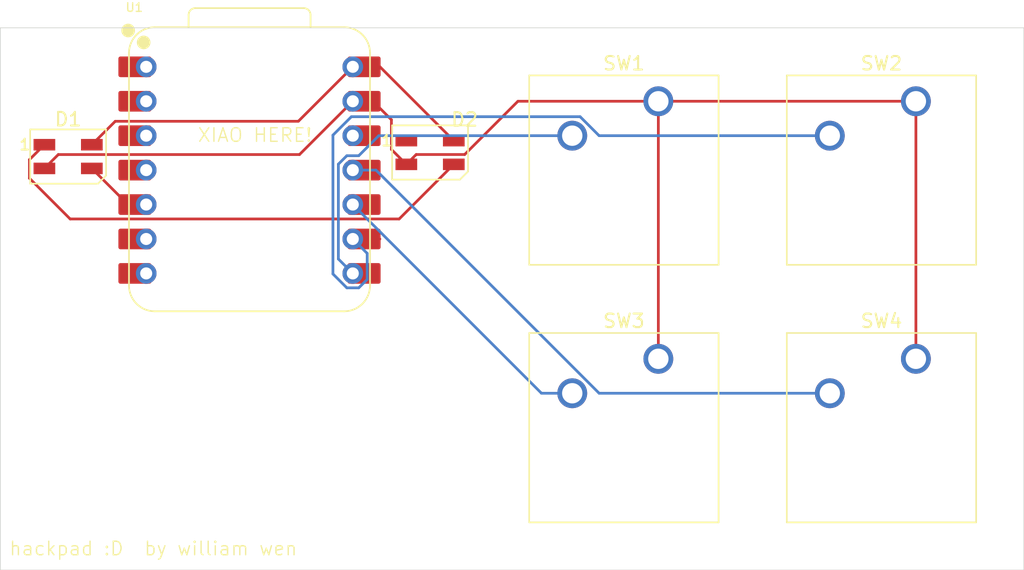
<source format=kicad_pcb>
(kicad_pcb (version 20241229) (generator "pcbnew") (generator_version "9.0")
  (layers (0 "F.Cu" signal) (2 "B.Cu" signal) (13 "F.Paste" user) (15 "B.Paste" user) (5 "F.SilkS" user "F.Silkscreen") (7 "B.SilkS" user "B.Silkscreen") (1 "F.Mask" user) (3 "B.Mask" user) (25 "Edge.Cuts" user))
  (net 0 "")
  (net 1 "GND")
  (net 2 "Net-(D1-DIN)")
  (net 3 "Net-(D1-DOUT)")
  (net 4 "+5V")
  (net 5 "Net-(U1-GPIO2{slash}SCK)")
  (net 6 "Net-(U1-GPIO4{slash}MISO)")
  (net 7 "Net-(U1-GPIO3{slash}MOSI)")
  (net 15 "Net-(U1-GPIO1{slash}RX)")
  (footprint "Button_Switch_Keyboard:SW_Cherry_MX_1.00u_PCB" (layer "F.Cu") (at 143.04 114.42)
    (property "Reference" "SW3" (at -2.54 -2.794 0) (layer "F.SilkS"))
    (property "Value" "SW_Push")
    (fp_line (start -9.525 -1.905) (end 4.445 -1.905) (stroke (width 0.12)) (layer "F.SilkS"))
    (fp_line (start -9.525 12.065) (end -9.525 -1.905) (stroke (width 0.12)) (layer "F.SilkS"))
    (fp_line (start 4.445 -1.905) (end 4.445 12.065) (stroke (width 0.12)) (layer "F.SilkS"))
    (fp_line (start 4.445 12.065) (end -9.525 12.065) (stroke (width 0.12)) (layer "F.SilkS"))
    (pad "" np_thru_hole circle (at -7.62 5.08) (size 1.7 1.7) (drill 1.7) (layers "*.Cu" "*.Mask"))
    (pad "" np_thru_hole circle (at -2.54 5.08) (size 4 4) (drill 4) (layers "*.Cu" "*.Mask"))
    (pad "" np_thru_hole circle (at 2.54 5.08) (size 1.7 1.7) (drill 1.7) (layers "*.Cu" "*.Mask"))
    (pad "1" thru_hole circle (at 0 0) (size 2.2 2.2) (drill 1.5) (layers "*.Cu" "*.Mask") (net 1 "GND"))
    (pad "2" thru_hole circle (at -6.35 2.54) (size 2.2 2.2) (drill 1.5) (layers "*.Cu" "*.Mask") (net 6 "Net-(U1-GPIO4{slash}MISO)"))
  )
  (footprint "Seeed Studio XIAO Series Library:XIAO-RP2040-DIP" (layer "F.Cu") (at 112.88 100.5)
    (property "Reference" "U1" (at -8.5 -12 0) (layer "F.SilkS") (effects (font (size 0.635 0.635) (thickness 0.1016))))
    (property "Value" "XIAO-RP2040-DIP")
    (fp_line (start -8.89 8.509) (end -8.89 -8.636) (stroke (width 0.127)) (layer "F.SilkS"))
    (fp_line (start -6.985 10.414) (end 6.985 10.414) (stroke (width 0.127)) (layer "F.SilkS"))
    (fp_line (start -4.495 -10.541) (end -4.491272 -11.451272) (stroke (width 0.127)) (layer "F.SilkS"))
    (fp_line (start -3.991272 -11.951) (end 4.004 -11.951) (stroke (width 0.127)) (layer "F.SilkS"))
    (fp_line (start 4.504 -11.451) (end 4.504 -10.541) (stroke (width 0.127)) (layer "F.SilkS"))
    (fp_line (start 6.985 -10.541) (end -6.985 -10.541) (stroke (width 0.1)) (layer "F.SilkS"))
    (fp_line (start 6.985 -10.541) (end -6.985 -10.541) (stroke (width 0.127)) (layer "F.SilkS"))
    (fp_line (start 8.89 8.509) (end 8.89 -8.636) (stroke (width 0.127)) (layer "F.SilkS"))
    (fp_arc (start -8.89 -8.636) (mid -8.332038 -9.983038) (end -6.985 -10.541) (stroke (width 0.127)) (layer "F.SilkS"))
    (fp_arc (start -6.985 10.414) (mid -8.332038 9.856038) (end -8.89 8.509) (stroke (width 0.127)) (layer "F.SilkS"))
    (fp_arc (start -4.491272 -11.451272) (mid -4.344728 -11.80464) (end -3.991272 -11.951) (stroke (width 0.127)) (layer "F.SilkS"))
    (fp_arc (start 4.004 -11.951) (mid 4.357553 -11.804553) (end 4.504 -11.451) (stroke (width 0.127)) (layer "F.SilkS"))
    (fp_arc (start 6.985 -10.541) (mid 8.332038 -9.983038) (end 8.89 -8.636) (stroke (width 0.127)) (layer "F.SilkS"))
    (fp_arc (start 8.89 8.509) (mid 8.332038 9.856038) (end 6.985 10.414) (stroke (width 0.127)) (layer "F.SilkS"))
    (fp_circle (center -8.95 -10.3) (end -8.95 -10.554) (stroke (width 0.5)) (fill yes) (layer "F.SilkS"))
    (fp_circle (center -7.807 -9.42) (end -7.807 -9.674) (stroke (width 0.5)) (fill yes) (layer "F.SilkS"))
    (pad "1" smd roundrect (at -8.455 -7.62 180) (size 2.432 1.524) (layers "F.Cu" "F.Mask") (roundrect_rratio 0.1))
    (pad "1" thru_hole circle (at -7.62 -7.62 180) (size 1.524 1.524) (drill 0.889) (layers "*.Cu" "*.Mask"))
    (pad "2" smd roundrect (at -8.455 -5.08 180) (size 2.432 1.524) (layers "F.Cu" "F.Mask") (roundrect_rratio 0.1))
    (pad "2" thru_hole circle (at -7.62 -5.08 180) (size 1.524 1.524) (drill 0.889) (layers "*.Cu" "*.Mask"))
    (pad "3" smd roundrect (at -8.455 -2.54 180) (size 2.432 1.524) (layers "F.Cu" "F.Mask") (roundrect_rratio 0.1))
    (pad "3" thru_hole circle (at -7.62 -2.54 180) (size 1.524 1.524) (drill 0.889) (layers "*.Cu" "*.Mask"))
    (pad "4" smd roundrect (at -8.455 0 180) (size 2.432 1.524) (layers "F.Cu" "F.Mask") (roundrect_rratio 0.1))
    (pad "4" thru_hole circle (at -7.62 0 180) (size 1.524 1.524) (drill 0.889) (layers "*.Cu" "*.Mask"))
    (pad "5" smd roundrect (at -8.455 2.54 180) (size 2.432 1.524) (layers "F.Cu" "F.Mask") (roundrect_rratio 0.1) (net 2 "Net-(D1-DIN)"))
    (pad "5" thru_hole circle (at -7.62 2.54 180) (size 1.524 1.524) (drill 0.889) (layers "*.Cu" "*.Mask") (net 2 "Net-(D1-DIN)"))
    (pad "6" smd roundrect (at -8.455 5.08 180) (size 2.432 1.524) (layers "F.Cu" "F.Mask") (roundrect_rratio 0.1))
    (pad "6" thru_hole circle (at -7.62 5.08 180) (size 1.524 1.524) (drill 0.889) (layers "*.Cu" "*.Mask"))
    (pad "7" smd roundrect (at -8.455 7.62 180) (size 2.432 1.524) (layers "F.Cu" "F.Mask") (roundrect_rratio 0.1))
    (pad "7" thru_hole circle (at -7.62 7.62 180) (size 1.524 1.524) (drill 0.889) (layers "*.Cu" "*.Mask"))
    (pad "8" thru_hole circle (at 7.62 7.62) (size 1.524 1.524) (drill 0.889) (layers "*.Cu" "*.Mask") (net 15 "Net-(U1-GPIO1{slash}RX)"))
    (pad "8" smd roundrect (at 8.455 7.62) (size 2.432 1.524) (layers "F.Cu" "F.Mask") (roundrect_rratio 0.1) (net 15 "Net-(U1-GPIO1{slash}RX)"))
    (pad "9" thru_hole circle (at 7.62 5.08) (size 1.524 1.524) (drill 0.889) (layers "*.Cu" "*.Mask") (net 5 "Net-(U1-GPIO2{slash}SCK)"))
    (pad "9" smd roundrect (at 8.455 5.08) (size 2.432 1.524) (layers "F.Cu" "F.Mask") (roundrect_rratio 0.1) (net 5 "Net-(U1-GPIO2{slash}SCK)"))
    (pad "10" thru_hole circle (at 7.62 2.54) (size 1.524 1.524) (drill 0.889) (layers "*.Cu" "*.Mask") (net 6 "Net-(U1-GPIO4{slash}MISO)"))
    (pad "10" smd roundrect (at 8.455 2.54) (size 2.432 1.524) (layers "F.Cu" "F.Mask") (roundrect_rratio 0.1) (net 6 "Net-(U1-GPIO4{slash}MISO)"))
    (pad "11" thru_hole circle (at 7.62 0) (size 1.524 1.524) (drill 0.889) (layers "*.Cu" "*.Mask") (net 7 "Net-(U1-GPIO3{slash}MOSI)"))
    (pad "11" smd roundrect (at 8.455 0) (size 2.432 1.524) (layers "F.Cu" "F.Mask") (roundrect_rratio 0.1) (net 7 "Net-(U1-GPIO3{slash}MOSI)"))
    (pad "12" thru_hole circle (at 7.62 -2.54) (size 1.524 1.524) (drill 0.889) (layers "*.Cu" "*.Mask"))
    (pad "12" smd roundrect (at 8.455 -2.54) (size 2.432 1.524) (layers "F.Cu" "F.Mask") (roundrect_rratio 0.1))
    (pad "13" thru_hole circle (at 7.62 -5.08) (size 1.524 1.524) (drill 0.889) (layers "*.Cu" "*.Mask") (net 1 "GND"))
    (pad "13" smd roundrect (at 8.455 -5.08) (size 2.432 1.524) (layers "F.Cu" "F.Mask") (roundrect_rratio 0.1) (net 1 "GND"))
    (pad "14" thru_hole circle (at 7.62 -7.62) (size 1.524 1.524) (drill 0.889) (layers "*.Cu" "*.Mask") (net 4 "+5V"))
    (pad "14" smd roundrect (at 8.455 -7.62) (size 2.432 1.524) (layers "F.Cu" "F.Mask") (roundrect_rratio 0.1) (net 4 "+5V"))
  )
  (footprint "LED_SMD:LED_SK6812MINI_PLCC4_3.5x3.5mm_P1.75mm" (layer "F.Cu") (at 126.2 99.2)
    (property "Reference" "D2" (at 2.5475 -2.4325 0) (layer "F.SilkS"))
    (property "Value" "SK6812MINI")
    (fp_line (start -2.8 -2) (end -2.8 2) (stroke (width 0.12)) (layer "F.SilkS"))
    (fp_line (start -2.8 -2) (end 2.8 -2) (stroke (width 0.12)) (layer "F.SilkS"))
    (fp_line (start -2.8 2) (end 2.2 2) (stroke (width 0.12)) (layer "F.SilkS"))
    (fp_line (start 2.8 1.4) (end 2.2 2) (stroke (width 0.12)) (layer "F.SilkS"))
    (fp_line (start 2.8 1.4) (end 2.8 -2) (stroke (width 0.12)) (layer "F.SilkS"))
    (fp_text user "1" (at -3.2 -0.875 0) (layer "F.SilkS") (effects (font (size 0.8 0.8))))
    (pad "1" smd rect (at -1.75 -0.875) (size 1.6 0.85) (layers "F.Cu" "F.Mask" "F.Paste"))
    (pad "2" smd rect (at -1.75 0.875) (size 1.6 0.85) (layers "F.Cu" "F.Mask" "F.Paste") (net 1 "GND"))
    (pad "3" smd rect (at 1.75 0.875) (size 1.6 0.85) (layers "F.Cu" "F.Mask" "F.Paste") (net 3 "Net-(D1-DOUT)"))
    (pad "4" smd rect (at 1.75 -0.875) (size 1.6 0.85) (layers "F.Cu" "F.Mask" "F.Paste") (net 4 "+5V"))
  )
  (footprint "Button_Switch_Keyboard:SW_Cherry_MX_1.00u_PCB" (layer "F.Cu") (at 162.04 114.42)
    (property "Reference" "SW4" (at -2.54 -2.794 0) (layer "F.SilkS"))
    (property "Value" "SW_Push")
    (fp_line (start -9.525 -1.905) (end 4.445 -1.905) (stroke (width 0.12)) (layer "F.SilkS"))
    (fp_line (start -9.525 12.065) (end -9.525 -1.905) (stroke (width 0.12)) (layer "F.SilkS"))
    (fp_line (start 4.445 -1.905) (end 4.445 12.065) (stroke (width 0.12)) (layer "F.SilkS"))
    (fp_line (start 4.445 12.065) (end -9.525 12.065) (stroke (width 0.12)) (layer "F.SilkS"))
    (pad "" np_thru_hole circle (at -7.62 5.08) (size 1.7 1.7) (drill 1.7) (layers "*.Cu" "*.Mask"))
    (pad "" np_thru_hole circle (at -2.54 5.08) (size 4 4) (drill 4) (layers "*.Cu" "*.Mask"))
    (pad "" np_thru_hole circle (at 2.54 5.08) (size 1.7 1.7) (drill 1.7) (layers "*.Cu" "*.Mask"))
    (pad "1" thru_hole circle (at 0 0) (size 2.2 2.2) (drill 1.5) (layers "*.Cu" "*.Mask") (net 1 "GND"))
    (pad "2" thru_hole circle (at -6.35 2.54) (size 2.2 2.2) (drill 1.5) (layers "*.Cu" "*.Mask") (net 7 "Net-(U1-GPIO3{slash}MOSI)"))
  )
  (footprint "Button_Switch_Keyboard:SW_Cherry_MX_1.00u_PCB" (layer "F.Cu") (at 143.04 95.42)
    (property "Reference" "SW1" (at -2.54 -2.794 0) (layer "F.SilkS"))
    (property "Value" "SW_Push")
    (fp_line (start -9.525 -1.905) (end 4.445 -1.905) (stroke (width 0.12)) (layer "F.SilkS"))
    (fp_line (start -9.525 12.065) (end -9.525 -1.905) (stroke (width 0.12)) (layer "F.SilkS"))
    (fp_line (start 4.445 -1.905) (end 4.445 12.065) (stroke (width 0.12)) (layer "F.SilkS"))
    (fp_line (start 4.445 12.065) (end -9.525 12.065) (stroke (width 0.12)) (layer "F.SilkS"))
    (pad "" np_thru_hole circle (at -7.62 5.08) (size 1.7 1.7) (drill 1.7) (layers "*.Cu" "*.Mask"))
    (pad "" np_thru_hole circle (at -2.54 5.08) (size 4 4) (drill 4) (layers "*.Cu" "*.Mask"))
    (pad "" np_thru_hole circle (at 2.54 5.08) (size 1.7 1.7) (drill 1.7) (layers "*.Cu" "*.Mask"))
    (pad "1" thru_hole circle (at 0 0) (size 2.2 2.2) (drill 1.5) (layers "*.Cu" "*.Mask") (net 1 "GND"))
    (pad "2" thru_hole circle (at -6.35 2.54) (size 2.2 2.2) (drill 1.5) (layers "*.Cu" "*.Mask") (net 15 "Net-(U1-GPIO1{slash}RX)"))
  )
  (footprint "Button_Switch_Keyboard:SW_Cherry_MX_1.00u_PCB" (layer "F.Cu") (at 162.04 95.42)
    (property "Reference" "SW2" (at -2.54 -2.794 0) (layer "F.SilkS"))
    (property "Value" "SW_Push")
    (fp_line (start -9.525 -1.905) (end 4.445 -1.905) (stroke (width 0.12)) (layer "F.SilkS"))
    (fp_line (start -9.525 12.065) (end -9.525 -1.905) (stroke (width 0.12)) (layer "F.SilkS"))
    (fp_line (start 4.445 -1.905) (end 4.445 12.065) (stroke (width 0.12)) (layer "F.SilkS"))
    (fp_line (start 4.445 12.065) (end -9.525 12.065) (stroke (width 0.12)) (layer "F.SilkS"))
    (pad "" np_thru_hole circle (at -7.62 5.08) (size 1.7 1.7) (drill 1.7) (layers "*.Cu" "*.Mask"))
    (pad "" np_thru_hole circle (at -2.54 5.08) (size 4 4) (drill 4) (layers "*.Cu" "*.Mask"))
    (pad "" np_thru_hole circle (at 2.54 5.08) (size 1.7 1.7) (drill 1.7) (layers "*.Cu" "*.Mask"))
    (pad "1" thru_hole circle (at 0 0) (size 2.2 2.2) (drill 1.5) (layers "*.Cu" "*.Mask") (net 1 "GND"))
    (pad "2" thru_hole circle (at -6.35 2.54) (size 2.2 2.2) (drill 1.5) (layers "*.Cu" "*.Mask") (net 5 "Net-(U1-GPIO2{slash}SCK)"))
  )
  (footprint "LED_SMD:LED_SK6812MINI_PLCC4_3.5x3.5mm_P1.75mm" (layer "F.Cu") (at 99.5 99.5)
    (property "Reference" "D1" (at 0 -2.75 0) (layer "F.SilkS"))
    (property "Value" "SK6812MINI")
    (fp_line (start -2.8 -2) (end -2.8 2) (stroke (width 0.12)) (layer "F.SilkS"))
    (fp_line (start -2.8 -2) (end 2.8 -2) (stroke (width 0.12)) (layer "F.SilkS"))
    (fp_line (start -2.8 2) (end 2.2 2) (stroke (width 0.12)) (layer "F.SilkS"))
    (fp_line (start 2.8 1.4) (end 2.2 2) (stroke (width 0.12)) (layer "F.SilkS"))
    (fp_line (start 2.8 1.4) (end 2.8 -2) (stroke (width 0.12)) (layer "F.SilkS"))
    (fp_text user "1" (at -3.2 -0.875 0) (layer "F.SilkS") (effects (font (size 0.8 0.8))))
    (pad "1" smd rect (at -1.75 -0.875) (size 1.6 0.85) (layers "F.Cu" "F.Mask" "F.Paste") (net 3 "Net-(D1-DOUT)"))
    (pad "2" smd rect (at -1.75 0.875) (size 1.6 0.85) (layers "F.Cu" "F.Mask" "F.Paste") (net 1 "GND"))
    (pad "3" smd rect (at 1.75 0.875) (size 1.6 0.85) (layers "F.Cu" "F.Mask" "F.Paste") (net 2 "Net-(D1-DIN)"))
    (pad "4" smd rect (at 1.75 -0.875) (size 1.6 0.85) (layers "F.Cu" "F.Mask" "F.Paste") (net 4 "+5V"))
  )
  (gr_rect (start 94.5 90) (end 170 130) (stroke (width 0.05)) (fill no) (layer "Edge.Cuts"))
  (gr_text "hackpad :D  by william wen\n" (at 95.1 129 0) (layer "F.SilkS") (effects (font (size 1 1) (thickness 0.1)) (justify left bottom)))
  (gr_text "XIAO HERE!" (at 109 98.5 0) (layer "F.SilkS") (effects (font (size 1 1) (thickness 0.1)) (justify left bottom)))
  (segment (start 120.5 95.42) (end 121.98526 95.42) (width 0.2) (layer "F.Cu") (net 1))
  (segment (start 128.753 99.349) (end 125.176 99.349) (width 0.2) (layer "F.Cu") (net 1))
  (segment (start 132.682 95.42) (end 128.753 99.349) (width 0.2) (layer "F.Cu") (net 1))
  (segment (start 97.75 100.375) (end 98.774 99.351) (width 0.2) (layer "F.Cu") (net 1))
  (segment (start 123.349 98.974) (end 124.45 100.075) (width 0.2) (layer "F.Cu") (net 1))
  (segment (start 121.98526 95.42) (end 123.349 96.78374) (width 0.2) (layer "F.Cu") (net 1))
  (segment (start 143.04 114.42) (end 143.04 95.42) (width 0.2) (layer "F.Cu") (net 1))
  (segment (start 162.04 95.42) (end 162.04 114.42) (width 0.2) (layer "F.Cu") (net 1))
  (segment (start 123.349 96.78374) (end 123.349 98.974) (width 0.2) (layer "F.Cu") (net 1))
  (segment (start 162.25 95.25) (end 162 95.5) (width 0.2) (layer "F.Cu") (net 1))
  (segment (start 143.04 95.42) (end 162.04 95.42) (width 0.2) (layer "F.Cu") (net 1))
  (segment (start 120.67 95.25) (end 120.5 95.42) (width 0.2) (layer "F.Cu") (net 1))
  (segment (start 98.774 99.351) (end 116.569 99.351) (width 0.2) (layer "F.Cu") (net 1))
  (segment (start 116.569 99.351) (end 120.5 95.42) (width 0.2) (layer "F.Cu") (net 1))
  (segment (start 143.04 95.42) (end 132.682 95.42) (width 0.2) (layer "F.Cu") (net 1))
  (segment (start 125.176 99.349) (end 124.45 100.075) (width 0.2) (layer "F.Cu") (net 1))
  (segment (start 101.25 100.375) (end 103.915 103.04) (width 0.2) (layer "F.Cu") (net 2))
  (segment (start 103.915 103.04) (end 105.26 103.04) (width 0.2) (layer "F.Cu") (net 2))
  (segment (start 97.75 98.625) (end 96.649 99.726) (width 0.2) (layer "F.Cu") (net 3))
  (segment (start 96.649 99.726) (end 96.649 101.101) (width 0.2) (layer "F.Cu") (net 3))
  (segment (start 99.651 104.103) (end 123.922 104.103) (width 0.2) (layer "F.Cu") (net 3))
  (segment (start 96.649 101.101) (end 99.651 104.103) (width 0.2) (layer "F.Cu") (net 3))
  (segment (start 123.922 104.103) (end 127.95 100.075) (width 0.2) (layer "F.Cu") (net 3))
  (segment (start 101.25 98.625) (end 102.978 96.897) (width 0.2) (layer "F.Cu") (net 4))
  (segment (start 116.483 96.897) (end 120.5 92.88) (width 0.2) (layer "F.Cu") (net 4))
  (segment (start 122.505 92.88) (end 127.95 98.325) (width 0.2) (layer "F.Cu") (net 4))
  (segment (start 102.978 96.897) (end 116.483 96.897) (width 0.2) (layer "F.Cu") (net 4))
  (segment (start 120.5 92.88) (end 122.505 92.88) (width 0.2) (layer "F.Cu") (net 4))
  (segment (start 122.498 105.58) (end 120.5 105.58) (width 0.2) (layer "F.Cu") (net 5))
  (segment (start 119.036 108.15931) (end 120.05969 109.183) (width 0.2) (layer "B.Cu") (net 5))
  (segment (start 120.94031 109.183) (end 121.563 108.56031) (width 0.2) (layer "B.Cu") (net 5))
  (segment (start 137.270314 96.559) (end 120.39769 96.559) (width 0.2) (layer "B.Cu") (net 5))
  (segment (start 138.671314 97.96) (end 137.270314 96.559) (width 0.2) (layer "B.Cu") (net 5))
  (segment (start 119.036 97.92069) (end 119.036 108.15931) (width 0.2) (layer "B.Cu") (net 5))
  (segment (start 120.05969 109.183) (end 120.94031 109.183) (width 0.2) (layer "B.Cu") (net 5))
  (segment (start 120.39769 96.559) (end 119.036 97.92069) (width 0.2) (layer "B.Cu") (net 5))
  (segment (start 121.563 108.56031) (end 121.563 106.643) (width 0.2) (layer "B.Cu") (net 5))
  (segment (start 155.69 97.96) (end 138.671314 97.96) (width 0.2) (layer "B.Cu") (net 5))
  (segment (start 121.563 106.643) (end 120.5 105.58) (width 0.2) (layer "B.Cu") (net 5))
  (segment (start 136.69 116.96) (end 134.42 116.96) (width 0.2) (layer "B.Cu") (net 6))
  (segment (start 134.42 116.96) (end 120.5 103.04) (width 0.2) (layer "B.Cu") (net 6))
  (segment (start 138.671314 116.96) (end 122.211314 100.5) (width 0.2) (layer "B.Cu") (net 7))
  (segment (start 155.69 116.96) (end 138.671314 116.96) (width 0.2) (layer "B.Cu") (net 7))
  (segment (start 122.211314 100.5) (end 120.5 100.5) (width 0.2) (layer "B.Cu") (net 7))
  (segment (start 120.94031 99.437) (end 120.05969 99.437) (width 0.2) (layer "B.Cu") (net 15))
  (segment (start 122.41731 97.96) (end 120.94031 99.437) (width 0.2) (layer "B.Cu") (net 15))
  (segment (start 136.69 97.96) (end 122.41731 97.96) (width 0.2) (layer "B.Cu") (net 15))
  (segment (start 120.05969 99.437) (end 119.437 100.05969) (width 0.2) (layer "B.Cu") (net 15))
  (segment (start 119.437 100.05969) (end 119.437 107.057) (width 0.2) (layer "B.Cu") (net 15))
  (segment (start 119.437 107.057) (end 120.5 108.12) (width 0.2) (layer "B.Cu") (net 15))
)
</source>
